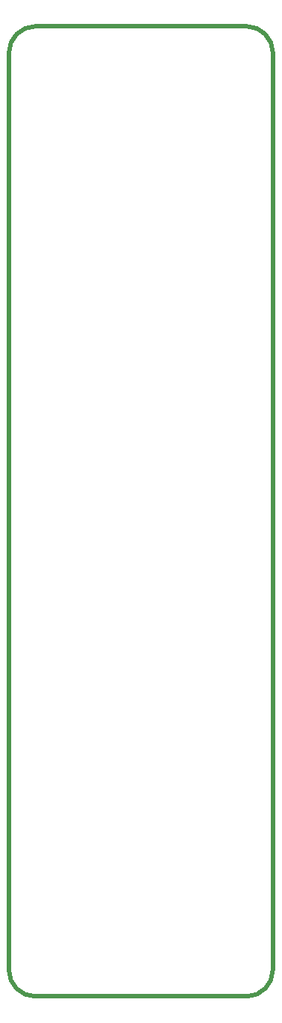
<source format=gbr>
%TF.GenerationSoftware,KiCad,Pcbnew,8.0.4*%
%TF.CreationDate,2024-07-29T13:54:58-07:00*%
%TF.ProjectId,RANDY,52414e44-592e-46b6-9963-61645f706362,0*%
%TF.SameCoordinates,Original*%
%TF.FileFunction,Profile,NP*%
%FSLAX46Y46*%
G04 Gerber Fmt 4.6, Leading zero omitted, Abs format (unit mm)*
G04 Created by KiCad (PCBNEW 8.0.4) date 2024-07-29 13:54:58*
%MOMM*%
%LPD*%
G01*
G04 APERTURE LIST*
%TA.AperFunction,Profile*%
%ADD10C,0.500000*%
%TD*%
G04 APERTURE END LIST*
D10*
X-3000000Y-104000000D02*
X-3000000Y0D01*
X26949399Y-104000000D02*
G75*
G02*
X23999994Y-106999572I-2999999J0D01*
G01*
X0Y-107000000D02*
G75*
G02*
X-3000000Y-104000000I0J3000000D01*
G01*
X23999994Y-106999572D02*
X0Y-107000000D01*
X0Y3000000D02*
X24000000Y3000000D01*
X-3000000Y0D02*
G75*
G02*
X0Y3000000I3000000J0D01*
G01*
X26955380Y-2800D02*
X26949399Y-104000000D01*
X24000000Y3000000D02*
G75*
G02*
X26955380Y-2800I-47800J-3002800D01*
G01*
M02*

</source>
